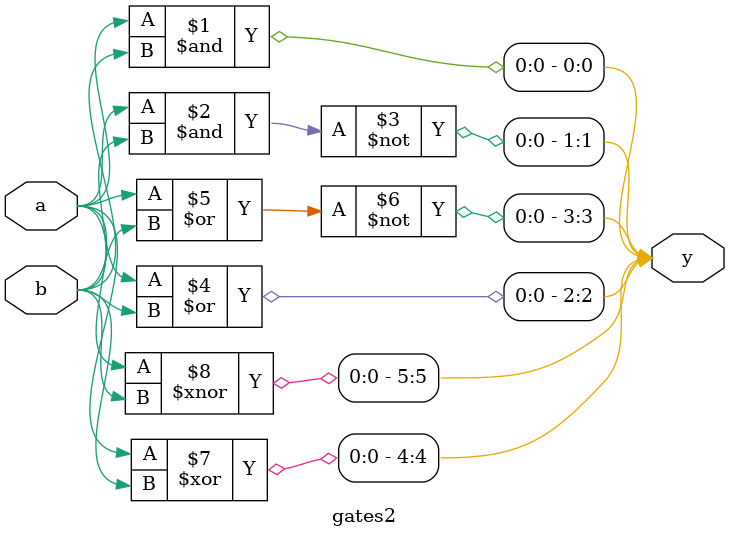
<source format=v>
`timescale 1ns / 1ps


module gates2(
    input a,
    input b,
    output [5:0] y
    );
    assign y[0] = a&b;
    assign y[1] = ~(a&b);
    assign y[2] = a|b;
    assign y[3] = ~(a|b);
    assign y[4] = a^b;
    assign y[5] = a~^b;
endmodule

</source>
